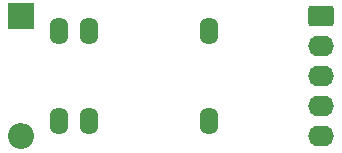
<source format=gbr>
%TF.GenerationSoftware,KiCad,Pcbnew,(6.0.6)*%
%TF.CreationDate,2022-08-15T20:08:00-05:00*%
%TF.ProjectId,RelayHK4100F,52656c61-7948-44b3-9431-3030462e6b69,rev?*%
%TF.SameCoordinates,Original*%
%TF.FileFunction,Soldermask,Bot*%
%TF.FilePolarity,Negative*%
%FSLAX46Y46*%
G04 Gerber Fmt 4.6, Leading zero omitted, Abs format (unit mm)*
G04 Created by KiCad (PCBNEW (6.0.6)) date 2022-08-15 20:08:00*
%MOMM*%
%LPD*%
G01*
G04 APERTURE LIST*
G04 Aperture macros list*
%AMRoundRect*
0 Rectangle with rounded corners*
0 $1 Rounding radius*
0 $2 $3 $4 $5 $6 $7 $8 $9 X,Y pos of 4 corners*
0 Add a 4 corners polygon primitive as box body*
4,1,4,$2,$3,$4,$5,$6,$7,$8,$9,$2,$3,0*
0 Add four circle primitives for the rounded corners*
1,1,$1+$1,$2,$3*
1,1,$1+$1,$4,$5*
1,1,$1+$1,$6,$7*
1,1,$1+$1,$8,$9*
0 Add four rect primitives between the rounded corners*
20,1,$1+$1,$2,$3,$4,$5,0*
20,1,$1+$1,$4,$5,$6,$7,0*
20,1,$1+$1,$6,$7,$8,$9,0*
20,1,$1+$1,$8,$9,$2,$3,0*%
G04 Aperture macros list end*
%ADD10O,1.600000X2.300000*%
%ADD11R,2.200000X2.200000*%
%ADD12O,2.200000X2.200000*%
%ADD13RoundRect,0.250000X-0.845000X0.620000X-0.845000X-0.620000X0.845000X-0.620000X0.845000X0.620000X0*%
%ADD14O,2.190000X1.740000*%
G04 APERTURE END LIST*
D10*
%TO.C,K1*%
X120015000Y-82550000D03*
X117475000Y-82550000D03*
X117475000Y-90170000D03*
X120015000Y-90170000D03*
X130175000Y-82550000D03*
X130175000Y-90170000D03*
%TD*%
D11*
%TO.C,D1*%
X114300000Y-81280000D03*
D12*
X114300000Y-91440000D03*
%TD*%
D13*
%TO.C,J1*%
X139700000Y-81280000D03*
D14*
X139700000Y-83820000D03*
X139700000Y-86360000D03*
X139700000Y-88900000D03*
X139700000Y-91440000D03*
%TD*%
M02*

</source>
